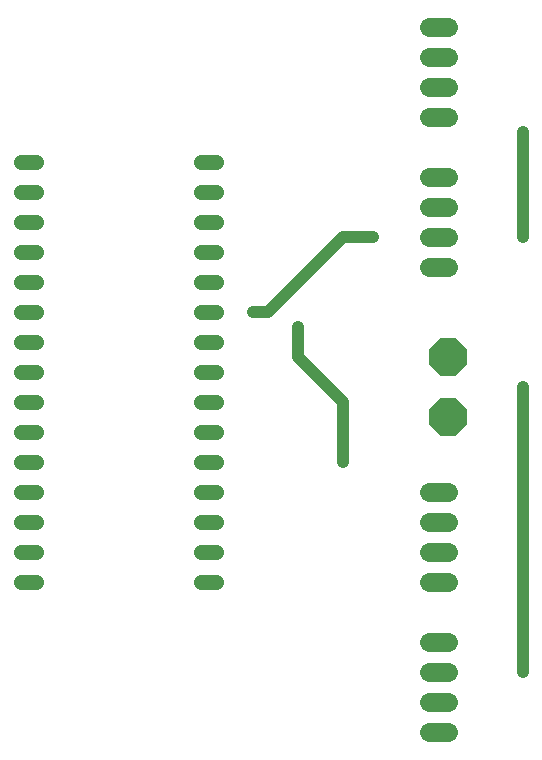
<source format=gbr>
G04 EAGLE Gerber RS-274X export*
G75*
%MOMM*%
%FSLAX34Y34*%
%LPD*%
%INTop Copper*%
%IPPOS*%
%AMOC8*
5,1,8,0,0,1.08239X$1,22.5*%
G01*
%ADD10C,1.308000*%
%ADD11C,1.605000*%
%ADD12P,3.436588X8X22.500000*%
%ADD13C,1.000000*%
%ADD14C,0.806400*%


D10*
X196660Y165100D02*
X209740Y165100D01*
X209740Y190500D02*
X196660Y190500D01*
X196660Y215900D02*
X209740Y215900D01*
X209740Y241300D02*
X196660Y241300D01*
X196660Y266700D02*
X209740Y266700D01*
X209740Y292100D02*
X196660Y292100D01*
X196660Y317500D02*
X209740Y317500D01*
X209740Y342900D02*
X196660Y342900D01*
X196660Y368300D02*
X209740Y368300D01*
X209740Y393700D02*
X196660Y393700D01*
X196660Y419100D02*
X209740Y419100D01*
X209740Y444500D02*
X196660Y444500D01*
X57340Y165100D02*
X44260Y165100D01*
X44260Y190500D02*
X57340Y190500D01*
X57340Y215900D02*
X44260Y215900D01*
X44260Y368300D02*
X57340Y368300D01*
X57340Y393700D02*
X44260Y393700D01*
X44260Y419100D02*
X57340Y419100D01*
X57340Y444500D02*
X44260Y444500D01*
X44260Y520700D02*
X57340Y520700D01*
X196660Y520700D02*
X209740Y520700D01*
X209740Y495300D02*
X196660Y495300D01*
X196660Y469900D02*
X209740Y469900D01*
X57340Y495300D02*
X44260Y495300D01*
X44260Y469900D02*
X57340Y469900D01*
X57340Y241300D02*
X44260Y241300D01*
X44260Y342900D02*
X57340Y342900D01*
X57340Y317500D02*
X44260Y317500D01*
X44260Y292100D02*
X57340Y292100D01*
X57340Y266700D02*
X44260Y266700D01*
D11*
X390350Y38100D02*
X406400Y38100D01*
X406400Y63500D02*
X390350Y63500D01*
X390350Y88900D02*
X406400Y88900D01*
X406400Y114300D02*
X390350Y114300D01*
X390350Y558800D02*
X406400Y558800D01*
X406400Y584200D02*
X390350Y584200D01*
X390350Y609600D02*
X406400Y609600D01*
X406400Y635000D02*
X390350Y635000D01*
X390350Y431800D02*
X406400Y431800D01*
X406400Y457200D02*
X390350Y457200D01*
X390350Y482600D02*
X406400Y482600D01*
X406400Y508000D02*
X390350Y508000D01*
X390350Y165100D02*
X406400Y165100D01*
X406400Y190500D02*
X390350Y190500D01*
X390350Y215900D02*
X406400Y215900D01*
X406400Y241300D02*
X390350Y241300D01*
D12*
X406400Y355600D03*
X406400Y304800D03*
D13*
X469900Y457200D02*
X469900Y546100D01*
D14*
X469900Y457200D03*
X469900Y546100D03*
D13*
X469900Y330200D02*
X469900Y203200D01*
X469900Y88900D01*
D14*
X469900Y88900D03*
X469900Y203200D03*
X469900Y330200D03*
D13*
X342900Y457200D02*
X317500Y457200D01*
X254000Y393700D01*
X241300Y393700D01*
D14*
X342900Y457200D03*
X241300Y393700D03*
D13*
X317500Y317500D02*
X317500Y266700D01*
X317500Y317500D02*
X279400Y355600D01*
X279400Y381000D01*
D14*
X279400Y381000D03*
X317500Y266700D03*
M02*

</source>
